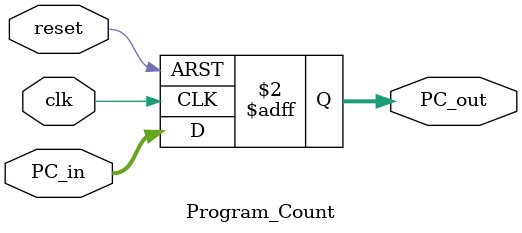
<source format=v>
`timescale 1ns / 1ps
module Program_Count(clk, reset, PC_in, PC_out);
    input clk, reset;
    input [31:0] PC_in;
    output reg [31:0] PC_out;
always @(posedge clk or posedge reset) begin
    if(reset)
        PC_out <= 32'b00;
    else
        PC_out <= PC_in;
    end
endmodule


</source>
